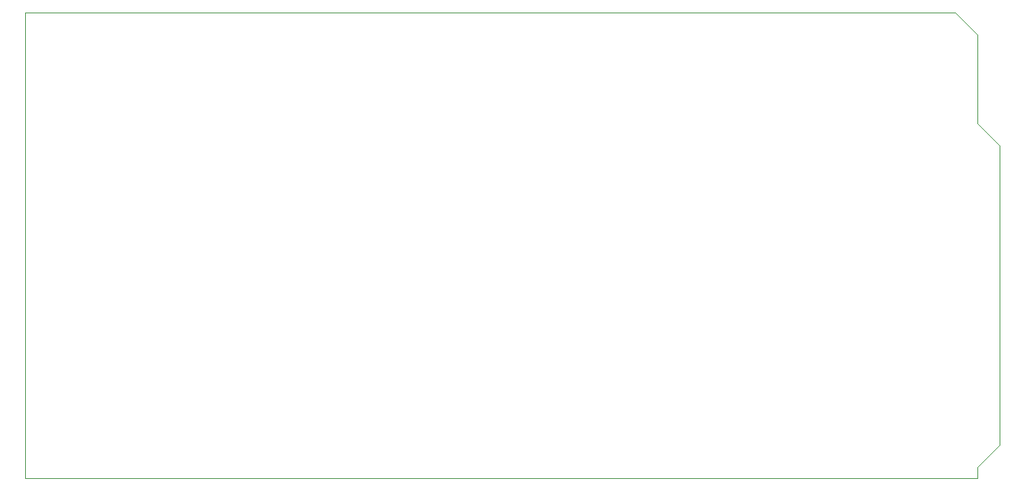
<source format=gbr>
G04 #@! TF.FileFunction,Profile,NP*
%FSLAX46Y46*%
G04 Gerber Fmt 4.6, Leading zero omitted, Abs format (unit mm)*
G04 Created by KiCad (PCBNEW 4.0.4-stable) date 05/31/17 10:55:34*
%MOMM*%
%LPD*%
G01*
G04 APERTURE LIST*
%ADD10C,0.100000*%
G04 APERTURE END LIST*
D10*
X104130000Y-67650000D02*
X104130000Y-120990000D01*
X210660000Y-67650000D02*
X104130000Y-67650000D01*
X213200000Y-70190000D02*
X210660000Y-67650000D01*
X213200000Y-80350000D02*
X213200000Y-70190000D01*
X215730000Y-82890000D02*
X213200000Y-80350000D01*
X215730000Y-117180000D02*
X215730000Y-82890000D01*
X213200000Y-119720000D02*
X215730000Y-117180000D01*
X213200000Y-119720000D02*
X213200000Y-120990000D01*
X104130000Y-120990000D02*
X213200000Y-120990000D01*
M02*

</source>
